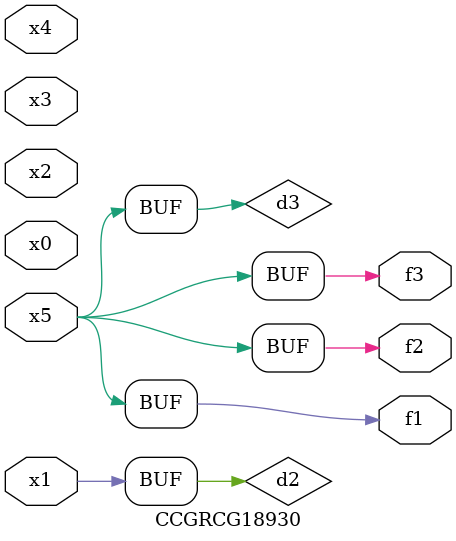
<source format=v>
module CCGRCG18930(
	input x0, x1, x2, x3, x4, x5,
	output f1, f2, f3
);

	wire d1, d2, d3;

	not (d1, x5);
	or (d2, x1);
	xnor (d3, d1);
	assign f1 = d3;
	assign f2 = d3;
	assign f3 = d3;
endmodule

</source>
